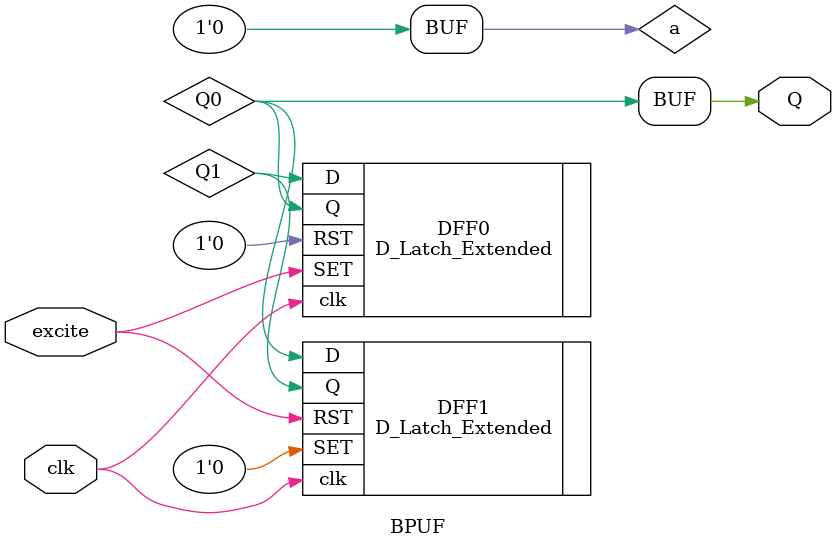
<source format=v>
(* dont_touch = "yes" *)
module BPUF(
    input clk,
    input excite,
    output Q
    );

    (* S= "TRUE"*)(* ALLOW_COMBINATORIAL_LOOPS = "true", KEEP = "true" *)

    wire a, Q0, Q1;
    
    assign a = 1'b0;
    
    D_Latch_Extended DFF0 (.clk(clk), .D(Q1), .RST(a), .SET(excite), .Q(Q0));
    D_Latch_Extended DFF1 (.clk(clk), .D(Q0), .RST(excite), .SET(a), .Q(Q1));
    
    assign Q = Q0;

endmodule

</source>
